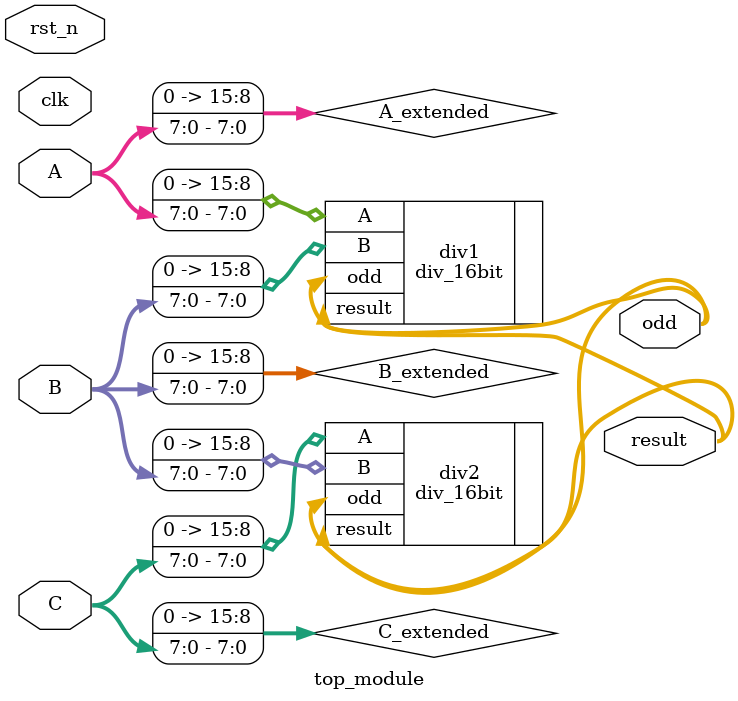
<source format=v>
module top_module (
    input wire clk,
    input wire rst_n,
    input wire [7:0] A,
    input wire [7:0] B,
    input wire [7:0] C,
    output wire [7:0] result,
    output wire [7:0] odd
);

wire [15:0] A_extended;
wire [15:0] B_extended;
wire [15:0] C_extended;

assign A_extended = {8'b0, A};
assign B_extended = {8'b0, B};
assign C_extended = {8'b0, C};

div_16bit div1 (
    .A(A_extended),
    .B(B_extended),
    .result(result),
    .odd(odd)
);

div_16bit div2 (
    .A(C_extended),
    .B(B_extended),
    .result(result),
    .odd(odd)
);

endmodule
</source>
